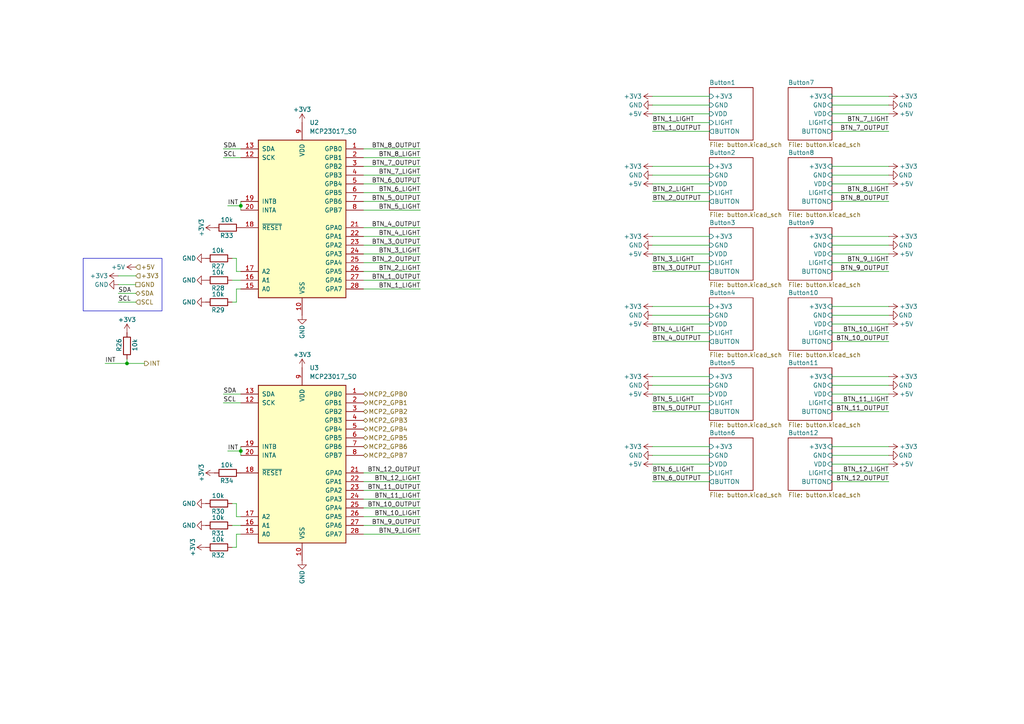
<source format=kicad_sch>
(kicad_sch (version 20250114) (generator "eeschema") (generator_version "9.0")
  (paper "A4")
  (lib_symbols
    (symbol "Device:R" (pin_numbers (hide yes)) (pin_names (offset 0))
      (property "Reference" "R" (at 2.032 0 90))
      (property "Value" "R" (at 0 0 90))
      (symbol "R_0_1"
        (rectangle (start -1.016 -2.54) (end 1.016 2.54) (stroke (width 0.254)))
      )
      (symbol "R_1_1"
        (pin passive line (at 0 3.81 270) (length 1.27) (name "~") (number "1"))
        (pin passive line (at 0 -3.81 90) (length 1.27) (name "~") (number "2"))
      )
    )
    (symbol "Interface_Expansion:MCP23017_SO" (pin_names (offset 1.016))
      (property "Reference" "U" (at -11.43 24.13 0))
      (property "Value" "MCP23017_SO" (at 0 0 0))
      (symbol "MCP23017_SO_0_1"
        (rectangle (start -12.7 22.86) (end 12.7 -22.86) (stroke (width 0.254)) (fill (type background)))
      )
      (symbol "MCP23017_SO_1_1"
        (pin bidirectional line (at -17.78 20.32 0) (length 5.08) (name "SDA") (number "13"))
        (pin input line (at -17.78 17.78 0) (length 5.08) (name "SCK") (number "12"))
        (pin tri_state line (at -17.78 5.08 0) (length 5.08) (name "INTB") (number "19"))
        (pin tri_state line (at -17.78 2.54 0) (length 5.08) (name "INTA") (number "20"))
        (pin input line (at -17.78 -2.54 0) (length 5.08) (name "~{RESET}") (number "18"))
        (pin input line (at -17.78 -15.24 0) (length 5.08) (name "A2") (number "17"))
        (pin input line (at -17.78 -17.78 0) (length 5.08) (name "A1") (number "16"))
        (pin input line (at -17.78 -20.32 0) (length 5.08) (name "A0") (number "15"))
        (pin no_connect line (at -12.7 15.24 0) (length 5.08) (hide yes) (name "NC") (number "11"))
        (pin no_connect line (at -12.7 12.7 0) (length 5.08) (hide yes) (name "NC") (number "14"))
        (pin power_in line (at 0 27.94 270) (length 5.08) (name "VDD") (number "9"))
        (pin power_in line (at 0 -27.94 90) (length 5.08) (name "VSS") (number "10"))
        (pin bidirectional line (at 17.78 20.32 180) (length 5.08) (name "GPB0") (number "1"))
        (pin bidirectional line (at 17.78 17.78 180) (length 5.08) (name "GPB1") (number "2"))
        (pin bidirectional line (at 17.78 15.24 180) (length 5.08) (name "GPB2") (number "3"))
        (pin bidirectional line (at 17.78 12.7 180) (length 5.08) (name "GPB3") (number "4"))
        (pin bidirectional line (at 17.78 10.16 180) (length 5.08) (name "GPB4") (number "5"))
        (pin bidirectional line (at 17.78 7.62 180) (length 5.08) (name "GPB5") (number "6"))
        (pin bidirectional line (at 17.78 5.08 180) (length 5.08) (name "GPB6") (number "7"))
        (pin output line (at 17.78 2.54 180) (length 5.08) (name "GPB7") (number "8"))
        (pin bidirectional line (at 17.78 -2.54 180) (length 5.08) (name "GPA0") (number "21"))
        (pin bidirectional line (at 17.78 -5.08 180) (length 5.08) (name "GPA1") (number "22"))
        (pin bidirectional line (at 17.78 -7.62 180) (length 5.08) (name "GPA2") (number "23"))
        (pin bidirectional line (at 17.78 -10.16 180) (length 5.08) (name "GPA3") (number "24"))
        (pin bidirectional line (at 17.78 -12.7 180) (length 5.08) (name "GPA4") (number "25"))
        (pin bidirectional line (at 17.78 -15.24 180) (length 5.08) (name "GPA5") (number "26"))
        (pin bidirectional line (at 17.78 -17.78 180) (length 5.08) (name "GPA6") (number "27"))
        (pin output line (at 17.78 -20.32 180) (length 5.08) (name "GPA7") (number "28"))
      )
    )
    (symbol "power:+3V3" (power) (pin_numbers (hide yes)) (pin_names (offset 0) (hide yes))
      (property "Value" "+3V3" (at 0 3.556 0))
      (symbol "+3V3_0_1"
        (polyline (pts (xy -0.762 1.27) (xy 0 2.54)))
        (polyline (pts (xy 0 2.54) (xy 0.762 1.27)))
        (polyline (pts (xy 0 0) (xy 0 2.54)))
      )
      (symbol "+3V3_1_1"
        (pin power_in line (at 0 0 90) (length 0) (name "~") (number "1"))
      )
    )
    (symbol "power:GND" (power) (pin_numbers (hide yes)) (pin_names (offset 0) (hide yes))
      (property "Value" "GND" (at 0 -3.81 0))
      (symbol "GND_0_1"
        (polyline (pts (xy 0 0) (xy 0 -1.27) (xy 1.27 -1.27) (xy 0 -2.54) (xy -1.27 -1.27) (xy 0 -1.27)))
      )
      (symbol "GND_1_1"
        (pin power_in line (at 0 0 270) (length 0) (name "~") (number "1"))
      )
    )
  )
  (rectangle (start 24.13 74.93) (end 46.99 90.17))
  (junction (at 69.85 130.81))
  (junction (at 69.85 59.69))
  (junction (at 36.83 105.41))
  (wire (pts (xy 189.23 119.38) (xy 205.74 119.38)))
  (wire (pts (xy 36.83 105.41) (xy 41.91 105.41)))
  (wire (pts (xy 64.77 116.84) (xy 69.85 116.84)))
  (wire (pts (xy 189.23 68.58) (xy 205.74 68.58)))
  (wire (pts (xy 257.81 93.98) (xy 241.3 93.98)))
  (wire (pts (xy 121.92 68.58) (xy 105.41 68.58)))
  (wire (pts (xy 257.81 71.12) (xy 241.3 71.12)))
  (wire (pts (xy 121.92 137.16) (xy 105.41 137.16)))
  (wire (pts (xy 257.81 109.22) (xy 241.3 109.22)))
  (wire (pts (xy 257.81 55.88) (xy 241.3 55.88)))
  (wire (pts (xy 121.92 78.74) (xy 105.41 78.74)))
  (wire (pts (xy 189.23 48.26) (xy 205.74 48.26)))
  (wire (pts (xy 121.92 142.24) (xy 105.41 142.24)))
  (wire (pts (xy 34.29 82.55) (xy 39.37 82.55)))
  (wire (pts (xy 189.23 91.44) (xy 205.74 91.44)))
  (wire (pts (xy 257.81 50.8) (xy 241.3 50.8)))
  (wire (pts (xy 257.81 139.7) (xy 241.3 139.7)))
  (wire (pts (xy 189.23 109.22) (xy 205.74 109.22)))
  (wire (pts (xy 121.92 154.94) (xy 105.41 154.94)))
  (wire (pts (xy 257.81 73.66) (xy 241.3 73.66)))
  (wire (pts (xy 121.92 149.86) (xy 105.41 149.86)))
  (wire (pts (xy 257.81 114.3) (xy 241.3 114.3)))
  (wire (pts (xy 189.23 33.02) (xy 205.74 33.02)))
  (wire (pts (xy 121.92 50.8) (xy 105.41 50.8)))
  (wire (pts (xy 257.81 30.48) (xy 241.3 30.48)))
  (wire (pts (xy 67.31 146.05) (xy 68.58 146.05)))
  (wire (pts (xy 67.31 74.93) (xy 68.58 74.93)))
  (wire (pts (xy 189.23 78.74) (xy 205.74 78.74)))
  (wire (pts (xy 69.85 59.69) (xy 69.85 60.96)))
  (wire (pts (xy 257.81 78.74) (xy 241.3 78.74)))
  (wire (pts (xy 66.04 130.81) (xy 69.85 130.81)))
  (wire (pts (xy 257.81 99.06) (xy 241.3 99.06)))
  (wire (pts (xy 189.23 116.84) (xy 205.74 116.84)))
  (wire (pts (xy 189.23 71.12) (xy 205.74 71.12)))
  (wire (pts (xy 257.81 58.42) (xy 241.3 58.42)))
  (wire (pts (xy 69.85 129.54) (xy 69.85 130.81)))
  (wire (pts (xy 189.23 58.42) (xy 205.74 58.42)))
  (wire (pts (xy 121.92 81.28) (xy 105.41 81.28)))
  (wire (pts (xy 189.23 50.8) (xy 205.74 50.8)))
  (wire (pts (xy 64.77 45.72) (xy 69.85 45.72)))
  (wire (pts (xy 257.81 38.1) (xy 241.3 38.1)))
  (wire (pts (xy 68.58 87.63) (xy 67.31 87.63)))
  (wire (pts (xy 189.23 55.88) (xy 205.74 55.88)))
  (wire (pts (xy 257.81 96.52) (xy 241.3 96.52)))
  (wire (pts (xy 34.29 80.01) (xy 39.37 80.01)))
  (wire (pts (xy 121.92 58.42) (xy 105.41 58.42)))
  (wire (pts (xy 68.58 154.94) (xy 69.85 154.94)))
  (wire (pts (xy 189.23 132.08) (xy 205.74 132.08)))
  (wire (pts (xy 121.92 53.34) (xy 105.41 53.34)))
  (wire (pts (xy 189.23 38.1) (xy 205.74 38.1)))
  (wire (pts (xy 121.92 66.04) (xy 105.41 66.04)))
  (wire (pts (xy 68.58 154.94) (xy 68.58 158.75)))
  (wire (pts (xy 121.92 73.66) (xy 105.41 73.66)))
  (wire (pts (xy 34.29 85.09) (xy 39.37 85.09)))
  (wire (pts (xy 257.81 88.9) (xy 241.3 88.9)))
  (wire (pts (xy 69.85 130.81) (xy 69.85 132.08)))
  (wire (pts (xy 257.81 134.62) (xy 241.3 134.62)))
  (wire (pts (xy 257.81 68.58) (xy 241.3 68.58)))
  (wire (pts (xy 189.23 35.56) (xy 205.74 35.56)))
  (wire (pts (xy 68.58 83.82) (xy 69.85 83.82)))
  (wire (pts (xy 64.77 114.3) (xy 69.85 114.3)))
  (wire (pts (xy 121.92 76.2) (xy 105.41 76.2)))
  (wire (pts (xy 64.77 43.18) (xy 69.85 43.18)))
  (wire (pts (xy 257.81 35.56) (xy 241.3 35.56)))
  (wire (pts (xy 257.81 53.34) (xy 241.3 53.34)))
  (wire (pts (xy 257.81 76.2) (xy 241.3 76.2)))
  (wire (pts (xy 121.92 139.7) (xy 105.41 139.7)))
  (wire (pts (xy 121.92 48.26) (xy 105.41 48.26)))
  (wire (pts (xy 68.58 78.74) (xy 69.85 78.74)))
  (wire (pts (xy 36.83 105.41) (xy 36.83 104.14)))
  (wire (pts (xy 105.41 43.18) (xy 121.92 43.18)))
  (wire (pts (xy 257.81 48.26) (xy 241.3 48.26)))
  (wire (pts (xy 257.81 129.54) (xy 241.3 129.54)))
  (wire (pts (xy 30.48 105.41) (xy 36.83 105.41)))
  (wire (pts (xy 121.92 71.12) (xy 105.41 71.12)))
  (wire (pts (xy 105.41 45.72) (xy 121.92 45.72)))
  (wire (pts (xy 69.85 58.42) (xy 69.85 59.69)))
  (wire (pts (xy 189.23 30.48) (xy 205.74 30.48)))
  (wire (pts (xy 67.31 152.4) (xy 69.85 152.4)))
  (wire (pts (xy 257.81 91.44) (xy 241.3 91.44)))
  (wire (pts (xy 189.23 114.3) (xy 205.74 114.3)))
  (wire (pts (xy 189.23 73.66) (xy 205.74 73.66)))
  (wire (pts (xy 121.92 60.96) (xy 105.41 60.96)))
  (wire (pts (xy 121.92 144.78) (xy 105.41 144.78)))
  (wire (pts (xy 189.23 139.7) (xy 205.74 139.7)))
  (wire (pts (xy 121.92 147.32) (xy 105.41 147.32)))
  (wire (pts (xy 189.23 111.76) (xy 205.74 111.76)))
  (wire (pts (xy 189.23 93.98) (xy 205.74 93.98)))
  (wire (pts (xy 68.58 83.82) (xy 68.58 87.63)))
  (wire (pts (xy 189.23 53.34) (xy 205.74 53.34)))
  (wire (pts (xy 68.58 158.75) (xy 67.31 158.75)))
  (wire (pts (xy 257.81 137.16) (xy 241.3 137.16)))
  (wire (pts (xy 189.23 134.62) (xy 205.74 134.62)))
  (wire (pts (xy 67.31 81.28) (xy 69.85 81.28)))
  (wire (pts (xy 257.81 111.76) (xy 241.3 111.76)))
  (wire (pts (xy 68.58 74.93) (xy 68.58 78.74)))
  (wire (pts (xy 68.58 146.05) (xy 68.58 149.86)))
  (wire (pts (xy 121.92 83.82) (xy 105.41 83.82)))
  (wire (pts (xy 189.23 27.94) (xy 205.74 27.94)))
  (wire (pts (xy 257.81 116.84) (xy 241.3 116.84)))
  (wire (pts (xy 189.23 76.2) (xy 205.74 76.2)))
  (wire (pts (xy 257.81 132.08) (xy 241.3 132.08)))
  (wire (pts (xy 66.04 59.69) (xy 69.85 59.69)))
  (wire (pts (xy 68.58 149.86) (xy 69.85 149.86)))
  (wire (pts (xy 189.23 96.52) (xy 205.74 96.52)))
  (wire (pts (xy 189.23 88.9) (xy 205.74 88.9)))
  (wire (pts (xy 121.92 152.4) (xy 105.41 152.4)))
  (wire (pts (xy 257.81 119.38) (xy 241.3 119.38)))
  (wire (pts (xy 34.29 87.63) (xy 39.37 87.63)))
  (wire (pts (xy 257.81 27.94) (xy 241.3 27.94)))
  (wire (pts (xy 121.92 55.88) (xy 105.41 55.88)))
  (wire (pts (xy 189.23 137.16) (xy 205.74 137.16)))
  (wire (pts (xy 189.23 99.06) (xy 205.74 99.06)))
  (wire (pts (xy 189.23 129.54) (xy 205.74 129.54)))
  (wire (pts (xy 257.81 33.02) (xy 241.3 33.02)))
  (label "BTN_10_LIGHT" (at 121.92 149.86 180))
  (label "BTN_8_OUTPUT" (at 257.81 58.42 180))
  (label "BTN_12_LIGHT" (at 257.81 137.16 180))
  (label "BTN_12_OUTPUT" (at 257.81 139.7 180))
  (label "SDA" (at 34.29 85.09 0))
  (label "BTN_4_OUTPUT" (at 121.92 66.04 180))
  (label "BTN_8_LIGHT" (at 257.81 55.88 180))
  (label "BTN_11_OUTPUT" (at 121.92 142.24 180))
  (label "BTN_2_LIGHT" (at 189.23 55.88 0))
  (label "INT" (at 66.04 59.69 0))
  (label "BTN_9_LIGHT" (at 121.92 154.94 180))
  (label "BTN_9_OUTPUT" (at 121.92 152.4 180))
  (label "BTN_12_OUTPUT" (at 121.92 137.16 180))
  (label "BTN_3_LIGHT" (at 189.23 76.2 0))
  (label "BTN_7_LIGHT" (at 121.92 50.8 180))
  (label "BTN_4_LIGHT" (at 121.92 68.58 180))
  (label "BTN_4_OUTPUT" (at 189.23 99.06 0))
  (label "INT" (at 66.04 130.81 0))
  (label "BTN_11_OUTPUT" (at 257.81 119.38 180))
  (label "BTN_1_LIGHT" (at 121.92 83.82 180))
  (label "BTN_5_LIGHT" (at 121.92 60.96 180))
  (label "BTN_5_LIGHT" (at 189.23 116.84 0))
  (label "BTN_6_OUTPUT" (at 189.23 139.7 0))
  (label "BTN_4_LIGHT" (at 189.23 96.52 0))
  (label "BTN_1_OUTPUT" (at 121.92 81.28 180))
  (label "BTN_2_LIGHT" (at 121.92 78.74 180))
  (label "SCL" (at 64.77 45.72 0))
  (label "BTN_2_OUTPUT" (at 189.23 58.42 0))
  (label "BTN_7_LIGHT" (at 257.81 35.56 180))
  (label "BTN_10_LIGHT" (at 257.81 96.52 180))
  (label "BTN_11_LIGHT" (at 257.81 116.84 180))
  (label "BTN_5_OUTPUT" (at 121.92 58.42 180))
  (label "SCL" (at 34.29 87.63 0))
  (label "BTN_10_OUTPUT" (at 121.92 147.32 180))
  (label "SDA" (at 64.77 114.3 0))
  (label "BTN_6_LIGHT" (at 189.23 137.16 0))
  (label "INT" (at 30.48 105.41 0))
  (label "BTN_12_LIGHT" (at 121.92 139.7 180))
  (label "BTN_3_LIGHT" (at 121.92 73.66 180))
  (label "BTN_8_OUTPUT" (at 121.92 43.18 180))
  (label "BTN_10_OUTPUT" (at 257.81 99.06 180))
  (label "BTN_9_LIGHT" (at 257.81 76.2 180))
  (label "BTN_7_OUTPUT" (at 121.92 48.26 180))
  (label "BTN_7_OUTPUT" (at 257.81 38.1 180))
  (label "BTN_2_OUTPUT" (at 121.92 76.2 180))
  (label "BTN_6_LIGHT" (at 121.92 55.88 180))
  (label "BTN_5_OUTPUT" (at 189.23 119.38 0))
  (label "BTN_3_OUTPUT" (at 189.23 78.74 0))
  (label "BTN_11_LIGHT" (at 121.92 144.78 180))
  (label "BTN_9_OUTPUT" (at 257.81 78.74 180))
  (label "SDA" (at 64.77 43.18 0))
  (label "BTN_3_OUTPUT" (at 121.92 71.12 180))
  (label "BTN_1_OUTPUT" (at 189.23 38.1 0))
  (label "BTN_1_LIGHT" (at 189.23 35.56 0))
  (label "SCL" (at 64.77 116.84 0))
  (label "BTN_8_LIGHT" (at 121.92 45.72 180))
  (label "BTN_6_OUTPUT" (at 121.92 53.34 180))
  (hierarchical_label "MCP2_GPB5" (shape bidirectional) (at 105.41 127 0))
  (hierarchical_label "MCP2_GPB2" (shape bidirectional) (at 105.41 119.38 0))
  (hierarchical_label "MCP2_GPB0" (shape bidirectional) (at 105.41 114.3 0))
  (hierarchical_label "SCL" (shape input) (at 39.37 87.63 0))
  (hierarchical_label "+3V3" (shape input) (at 39.37 80.01 0))
  (hierarchical_label "MCP2_GPB6" (shape bidirectional) (at 105.41 129.54 0))
  (hierarchical_label "MCP2_GPB1" (shape bidirectional) (at 105.41 116.84 0))
  (hierarchical_label "MCP2_GPB3" (shape bidirectional) (at 105.41 121.92 0))
  (hierarchical_label "MCP2_GPB7" (shape bidirectional) (at 105.41 132.08 0))
  (hierarchical_label "GND" (shape passive) (at 39.37 82.55 0))
  (hierarchical_label "+5V" (shape input) (at 39.37 77.47 0))
  (hierarchical_label "INT" (shape output) (at 41.91 105.41 0))
  (hierarchical_label "MCP2_GPB4" (shape bidirectional) (at 105.41 124.46 0))
  (hierarchical_label "SDA" (shape bidirectional) (at 39.37 85.09 0))
  (symbol (lib_id "Device:R") (at 36.83 100.33 180) (unit 1)
    (property "Reference" "R26" (at 34.544 100.076 90))
    (property "Value" "10k" (at 39.116 100.076 90))
    (property "Footprint" "Resistor_SMD:R_0603_1608Metric" (effects (hide yes)))
    (property "Description" "Resistor" (effects (hide yes)))
  )
  (symbol (lib_id "power:GND") (at 87.63 162.56 0) (unit 1)
    (property "Reference" "#PWR0107" (effects (hide yes)))
    (property "Value" "GND" (at 87.63 165.354 90) (effects (justify right)))
    (property "Description" "Power symbol creates a global label with name \"GND\" , ground" (effects (hide yes)))
  )
  (symbol (lib_id "power:+3V3") (at 189.23 129.54 90) (unit 1)
    (property "Reference" "#PWR0123" (effects (hide yes)))
    (property "Value" "+3V3" (at 186.182 129.54 90) (effects (justify left)))
    (property "Description" "Power symbol creates a global label with name \"+3V3\"" (effects (hide yes)))
  )
  (symbol (lib_id "power:+3V3") (at 189.23 68.58 90) (unit 1)
    (property "Reference" "#PWR0114" (effects (hide yes)))
    (property "Value" "+3V3" (at 186.182 68.58 90) (effects (justify left)))
    (property "Description" "Power symbol creates a global label with name \"+3V3\"" (effects (hide yes)))
  )
  (symbol (lib_id "power:GND") (at 257.81 111.76 90) (mirror x) (unit 1)
    (property "Reference" "#PWR0139" (effects (hide yes)))
    (property "Value" "GND" (at 260.604 111.76 90) (effects (justify right)))
    (property "Description" "Power symbol creates a global label with name \"GND\" , ground" (effects (hide yes)))
  )
  (symbol (lib_id "Device:R") (at 66.04 66.04 270) (unit 1)
    (property "Reference" "R33" (at 65.786 68.326 90))
    (property "Value" "10k" (at 65.786 63.754 90))
    (property "Footprint" "Resistor_SMD:R_0603_1608Metric" (effects (hide yes)))
    (property "Description" "Resistor" (effects (hide yes)))
  )
  (symbol (lib_id "power:GND") (at 34.29 82.55 270) (unit 1)
    (property "Reference" "#PWR093" (effects (hide yes)))
    (property "Value" "GND" (at 31.496 82.55 90) (effects (justify right)))
    (property "Description" "Power symbol creates a global label with name \"GND\" , ground" (effects (hide yes)))
  )
  (symbol (lib_id "Device:R") (at 63.5 158.75 270) (unit 1)
    (property "Reference" "R32" (at 63.246 161.036 90))
    (property "Value" "10k" (at 63.246 156.464 90))
    (property "Footprint" "Resistor_SMD:R_0603_1608Metric" (effects (hide yes)))
    (property "Description" "Resistor" (effects (hide yes)))
  )
  (symbol (lib_id "power:GND") (at 87.63 91.44 0) (unit 1)
    (property "Reference" "#PWR0105" (effects (hide yes)))
    (property "Value" "GND" (at 87.63 94.234 90) (effects (justify right)))
    (property "Description" "Power symbol creates a global label with name \"GND\" , ground" (effects (hide yes)))
  )
  (symbol (lib_id "power:+3V3") (at 189.23 73.66 90) (unit 1)
    (property "Reference" "#PWR0116" (effects (hide yes)))
    (property "Value" "+5V" (at 186.182 73.66 90) (effects (justify left)))
    (property "Description" "Power symbol creates a global label with name \"+3V3\"" (effects (hide yes)))
  )
  (symbol (lib_id "Device:R") (at 66.04 137.16 270) (unit 1)
    (property "Reference" "R34" (at 65.786 139.446 90))
    (property "Value" "10k" (at 65.786 134.874 90))
    (property "Footprint" "Resistor_SMD:R_0603_1608Metric" (effects (hide yes)))
    (property "Description" "Resistor" (effects (hide yes)))
  )
  (symbol (lib_id "power:+3V3") (at 189.23 109.22 90) (unit 1)
    (property "Reference" "#PWR0120" (effects (hide yes)))
    (property "Value" "+3V3" (at 186.182 109.22 90) (effects (justify left)))
    (property "Description" "Power symbol creates a global label with name \"+3V3\"" (effects (hide yes)))
  )
  (symbol (lib_id "power:+3V3") (at 257.81 73.66 270) (mirror x) (unit 1)
    (property "Reference" "#PWR0134" (effects (hide yes)))
    (property "Value" "+5V" (at 260.858 73.66 90) (effects (justify left)))
    (property "Description" "Power symbol creates a global label with name \"+3V3\"" (effects (hide yes)))
  )
  (symbol (lib_id "power:GND") (at 59.69 87.63 270) (unit 1)
    (property "Reference" "#PWR098" (effects (hide yes)))
    (property "Value" "GND" (at 56.896 87.63 90) (effects (justify right)))
    (property "Description" "Power symbol creates a global label with name \"GND\" , ground" (effects (hide yes)))
  )
  (symbol (lib_id "power:+3V3") (at 189.23 114.3 90) (unit 1)
    (property "Reference" "#PWR0122" (effects (hide yes)))
    (property "Value" "+5V" (at 186.182 114.3 90) (effects (justify left)))
    (property "Description" "Power symbol creates a global label with name \"+3V3\"" (effects (hide yes)))
  )
  (symbol (lib_id "Device:R") (at 63.5 87.63 270) (unit 1)
    (property "Reference" "R29" (at 63.246 89.916 90))
    (property "Value" "10k" (at 63.246 85.344 90))
    (property "Footprint" "Resistor_SMD:R_0603_1608Metric" (effects (hide yes)))
    (property "Description" "Resistor" (effects (hide yes)))
  )
  (symbol (lib_id "Device:R") (at 63.5 74.93 270) (unit 1)
    (property "Reference" "R27" (at 63.246 77.216 90))
    (property "Value" "10k" (at 63.246 72.644 90))
    (property "Footprint" "Resistor_SMD:R_0603_1608Metric" (effects (hide yes)))
    (property "Description" "Resistor" (effects (hide yes)))
  )
  (symbol (lib_id "power:+3V3") (at 257.81 129.54 270) (mirror x) (unit 1)
    (property "Reference" "#PWR0141" (effects (hide yes)))
    (property "Value" "+3V3" (at 260.858 129.54 90) (effects (justify left)))
    (property "Description" "Power symbol creates a global label with name \"+3V3\"" (effects (hide yes)))
  )
  (symbol (lib_id "power:+3V3") (at 257.81 134.62 270) (mirror x) (unit 1)
    (property "Reference" "#PWR0143" (effects (hide yes)))
    (property "Value" "+5V" (at 260.858 134.62 90) (effects (justify left)))
    (property "Description" "Power symbol creates a global label with name \"+3V3\"" (effects (hide yes)))
  )
  (symbol (lib_id "Interface_Expansion:MCP23017_SO") (at 87.63 134.62 0) (unit 1)
    (property "Reference" "U3" (at 89.7733 106.68 0) (effects (justify left)))
    (property "Value" "MCP23017_SO" (at 89.7733 109.22 0) (effects (justify left)))
    (property "Footprint" "Package_SO:SOIC-28W_7.5x17.9mm_P1.27mm" (effects (hide yes)))
    (property "Datasheet" "https://ww1.microchip.com/downloads/aemDocuments/documents/APID/ProductDocuments/DataSheets/MCP23017-Data-Sheet-DS20001952.pdf" (effects (hide yes)))
    (property "Description" "16-bit I/O expander, I2C, interrupts, w pull-ups, GPA/B7 output only (https://microchip.my.site.com/s/article/GPA7---GPB7-Cannot-Be-Used-as-Inputs-In-MCP23017),  SOIC-28" (effects (hide yes)))
  )
  (symbol (lib_id "Device:R") (at 63.5 146.05 270) (unit 1)
    (property "Reference" "R30" (at 63.246 148.336 90))
    (property "Value" "10k" (at 63.246 143.764 90))
    (property "Footprint" "Resistor_SMD:R_0603_1608Metric" (effects (hide yes)))
    (property "Description" "Resistor" (effects (hide yes)))
  )
  (symbol (lib_id "power:GND") (at 257.81 50.8 90) (mirror x) (unit 1)
    (property "Reference" "#PWR0130" (effects (hide yes)))
    (property "Value" "GND" (at 260.604 50.8 90) (effects (justify right)))
    (property "Description" "Power symbol creates a global label with name \"GND\" , ground" (effects (hide yes)))
  )
  (symbol (lib_id "power:+3V3") (at 59.69 158.75 90) (unit 1)
    (property "Reference" "#PWR0101" (effects (hide yes)))
    (property "Value" "+3V3" (at 55.88 158.75 0))
    (property "Description" "Power symbol creates a global label with name \"+3V3\"" (effects (hide yes)))
  )
  (symbol (lib_id "power:+3V3") (at 257.81 88.9 270) (mirror x) (unit 1)
    (property "Reference" "#PWR0135" (effects (hide yes)))
    (property "Value" "+3V3" (at 260.858 88.9 90) (effects (justify left)))
    (property "Description" "Power symbol creates a global label with name \"+3V3\"" (effects (hide yes)))
  )
  (symbol (lib_id "power:+3V3") (at 257.81 48.26 270) (mirror x) (unit 1)
    (property "Reference" "#PWR0129" (effects (hide yes)))
    (property "Value" "+3V3" (at 260.858 48.26 90) (effects (justify left)))
    (property "Description" "Power symbol creates a global label with name \"+3V3\"" (effects (hide yes)))
  )
  (symbol (lib_id "power:+3V3") (at 189.23 134.62 90) (unit 1)
    (property "Reference" "#PWR0125" (effects (hide yes)))
    (property "Value" "+5V" (at 186.182 134.62 90) (effects (justify left)))
    (property "Description" "Power symbol creates a global label with name \"+3V3\"" (effects (hide yes)))
  )
  (symbol (lib_id "power:GND") (at 59.69 81.28 270) (unit 1)
    (property "Reference" "#PWR097" (effects (hide yes)))
    (property "Value" "GND" (at 56.896 81.28 90) (effects (justify right)))
    (property "Description" "Power symbol creates a global label with name \"GND\" , ground" (effects (hide yes)))
  )
  (symbol (lib_id "power:GND") (at 59.69 146.05 270) (unit 1)
    (property "Reference" "#PWR099" (effects (hide yes)))
    (property "Value" "GND" (at 56.896 146.05 90) (effects (justify right)))
    (property "Description" "Power symbol creates a global label with name \"GND\" , ground" (effects (hide yes)))
  )
  (symbol (lib_id "power:+3V3") (at 87.63 35.56 0) (unit 1)
    (property "Reference" "#PWR0104" (effects (hide yes)))
    (property "Value" "+3V3" (at 87.63 31.75 0))
    (property "Description" "Power symbol creates a global label with name \"+3V3\"" (effects (hide yes)))
  )
  (symbol (lib_id "power:GND") (at 257.81 91.44 90) (mirror x) (unit 1)
    (property "Reference" "#PWR0136" (effects (hide yes)))
    (property "Value" "GND" (at 260.604 91.44 90) (effects (justify right)))
    (property "Description" "Power symbol creates a global label with name \"GND\" , ground" (effects (hide yes)))
  )
  (symbol (lib_id "power:+3V3") (at 39.37 77.47 90) (unit 1)
    (property "Reference" "#PWR095" (effects (hide yes)))
    (property "Value" "+5V" (at 36.322 77.47 90) (effects (justify left)))
    (property "Description" "Power symbol creates a global label with name \"+3V3\"" (effects (hide yes)))
  )
  (symbol (lib_id "power:+3V3") (at 189.23 33.02 90) (unit 1)
    (property "Reference" "#PWR0110" (effects (hide yes)))
    (property "Value" "+5V" (at 186.182 33.02 90) (effects (justify left)))
    (property "Description" "Power symbol creates a global label with name \"+3V3\"" (effects (hide yes)))
  )
  (symbol (lib_id "power:GND") (at 257.81 71.12 90) (mirror x) (unit 1)
    (property "Reference" "#PWR0133" (effects (hide yes)))
    (property "Value" "GND" (at 260.604 71.12 90) (effects (justify right)))
    (property "Description" "Power symbol creates a global label with name \"GND\" , ground" (effects (hide yes)))
  )
  (symbol (lib_id "power:+3V3") (at 189.23 53.34 90) (unit 1)
    (property "Reference" "#PWR0113" (effects (hide yes)))
    (property "Value" "+5V" (at 186.182 53.34 90) (effects (justify left)))
    (property "Description" "Power symbol creates a global label with name \"+3V3\"" (effects (hide yes)))
  )
  (symbol (lib_id "power:+3V3") (at 189.23 93.98 90) (unit 1)
    (property "Reference" "#PWR0119" (effects (hide yes)))
    (property "Value" "+5V" (at 186.182 93.98 90) (effects (justify left)))
    (property "Description" "Power symbol creates a global label with name \"+3V3\"" (effects (hide yes)))
  )
  (symbol (lib_id "power:+3V3") (at 62.23 66.04 90) (unit 1)
    (property "Reference" "#PWR0102" (effects (hide yes)))
    (property "Value" "+3V3" (at 58.42 66.04 0))
    (property "Description" "Power symbol creates a global label with name \"+3V3\"" (effects (hide yes)))
  )
  (symbol (lib_id "power:+3V3") (at 189.23 48.26 90) (unit 1)
    (property "Reference" "#PWR0111" (effects (hide yes)))
    (property "Value" "+3V3" (at 186.182 48.26 90) (effects (justify left)))
    (property "Description" "Power symbol creates a global label with name \"+3V3\"" (effects (hide yes)))
  )
  (symbol (lib_id "power:+3V3") (at 62.23 137.16 90) (unit 1)
    (property "Reference" "#PWR0103" (effects (hide yes)))
    (property "Value" "+3V3" (at 58.42 137.16 0))
    (property "Description" "Power symbol creates a global label with name \"+3V3\"" (effects (hide yes)))
  )
  (symbol (lib_id "power:GND") (at 189.23 111.76 270) (unit 1)
    (property "Reference" "#PWR0121" (effects (hide yes)))
    (property "Value" "GND" (at 186.436 111.76 90) (effects (justify right)))
    (property "Description" "Power symbol creates a global label with name \"GND\" , ground" (effects (hide yes)))
  )
  (symbol (lib_id "power:+3V3") (at 257.81 53.34 270) (mirror x) (unit 1)
    (property "Reference" "#PWR0131" (effects (hide yes)))
    (property "Value" "+5V" (at 260.858 53.34 90) (effects (justify left)))
    (property "Description" "Power symbol creates a global label with name \"+3V3\"" (effects (hide yes)))
  )
  (symbol (lib_id "power:+3V3") (at 189.23 88.9 90) (unit 1)
    (property "Reference" "#PWR0117" (effects (hide yes)))
    (property "Value" "+3V3" (at 186.182 88.9 90) (effects (justify left)))
    (property "Description" "Power symbol creates a global label with name \"+3V3\"" (effects (hide yes)))
  )
  (symbol (lib_id "power:+3V3") (at 189.23 27.94 90) (unit 1)
    (property "Reference" "#PWR0108" (effects (hide yes)))
    (property "Value" "+3V3" (at 186.182 27.94 90) (effects (justify left)))
    (property "Description" "Power symbol creates a global label with name \"+3V3\"" (effects (hide yes)))
  )
  (symbol (lib_id "Device:R") (at 63.5 81.28 270) (unit 1)
    (property "Reference" "R28" (at 63.246 83.566 90))
    (property "Value" "10k" (at 63.246 78.994 90))
    (property "Footprint" "Resistor_SMD:R_0603_1608Metric" (effects (hide yes)))
    (property "Description" "Resistor" (effects (hide yes)))
  )
  (symbol (lib_id "power:GND") (at 59.69 152.4 270) (unit 1)
    (property "Reference" "#PWR0100" (effects (hide yes)))
    (property "Value" "GND" (at 56.896 152.4 90) (effects (justify right)))
    (property "Description" "Power symbol creates a global label with name \"GND\" , ground" (effects (hide yes)))
  )
  (symbol (lib_id "power:+3V3") (at 257.81 114.3 270) (mirror x) (unit 1)
    (property "Reference" "#PWR0140" (effects (hide yes)))
    (property "Value" "+5V" (at 260.858 114.3 90) (effects (justify left)))
    (property "Description" "Power symbol creates a global label with name \"+3V3\"" (effects (hide yes)))
  )
  (symbol (lib_id "power:+3V3") (at 257.81 68.58 270) (mirror x) (unit 1)
    (property "Reference" "#PWR0132" (effects (hide yes)))
    (property "Value" "+3V3" (at 260.858 68.58 90) (effects (justify left)))
    (property "Description" "Power symbol creates a global label with name \"+3V3\"" (effects (hide yes)))
  )
  (symbol (lib_id "power:+3V3") (at 36.83 96.52 0) (unit 1)
    (property "Reference" "#PWR094" (effects (hide yes)))
    (property "Value" "+3V3" (at 36.83 92.71 0))
    (property "Description" "Power symbol creates a global label with name \"+3V3\"" (effects (hide yes)))
  )
  (symbol (lib_id "power:GND") (at 189.23 71.12 270) (unit 1)
    (property "Reference" "#PWR0115" (effects (hide yes)))
    (property "Value" "GND" (at 186.436 71.12 90) (effects (justify right)))
    (property "Description" "Power symbol creates a global label with name \"GND\" , ground" (effects (hide yes)))
  )
  (symbol (lib_id "power:+3V3") (at 87.63 106.68 0) (unit 1)
    (property "Reference" "#PWR0106" (effects (hide yes)))
    (property "Value" "+3V3" (at 87.63 102.87 0))
    (property "Description" "Power symbol creates a global label with name \"+3V3\"" (effects (hide yes)))
  )
  (symbol (lib_id "power:GND") (at 189.23 132.08 270) (unit 1)
    (property "Reference" "#PWR0124" (effects (hide yes)))
    (property "Value" "GND" (at 186.436 132.08 90) (effects (justify right)))
    (property "Description" "Power symbol creates a global label with name \"GND\" , ground" (effects (hide yes)))
  )
  (symbol (lib_id "power:GND") (at 257.81 30.48 90) (mirror x) (unit 1)
    (property "Reference" "#PWR0127" (effects (hide yes)))
    (property "Value" "GND" (at 260.604 30.48 90) (effects (justify right)))
    (property "Description" "Power symbol creates a global label with name \"GND\" , ground" (effects (hide yes)))
  )
  (symbol (lib_id "power:GND") (at 189.23 91.44 270) (unit 1)
    (property "Reference" "#PWR0118" (effects (hide yes)))
    (property "Value" "GND" (at 186.436 91.44 90) (effects (justify right)))
    (property "Description" "Power symbol creates a global label with name \"GND\" , ground" (effects (hide yes)))
  )
  (symbol (lib_id "power:+3V3") (at 257.81 109.22 270) (mirror x) (unit 1)
    (property "Reference" "#PWR0138" (effects (hide yes)))
    (property "Value" "+3V3" (at 260.858 109.22 90) (effects (justify left)))
    (property "Description" "Power symbol creates a global label with name \"+3V3\"" (effects (hide yes)))
  )
  (symbol (lib_id "power:GND") (at 189.23 50.8 270) (unit 1)
    (property "Reference" "#PWR0112" (effects (hide yes)))
    (property "Value" "GND" (at 186.436 50.8 90) (effects (justify right)))
    (property "Description" "Power symbol creates a global label with name \"GND\" , ground" (effects (hide yes)))
  )
  (symbol (lib_id "power:GND") (at 257.81 132.08 90) (mirror x) (unit 1)
    (property "Reference" "#PWR0142" (effects (hide yes)))
    (property "Value" "GND" (at 260.604 132.08 90) (effects (justify right)))
    (property "Description" "Power symbol creates a global label with name \"GND\" , ground" (effects (hide yes)))
  )
  (symbol (lib_id "power:+3V3") (at 257.81 33.02 270) (mirror x) (unit 1)
    (property "Reference" "#PWR0128" (effects (hide yes)))
    (property "Value" "+5V" (at 260.858 33.02 90) (effects (justify left)))
    (property "Description" "Power symbol creates a global label with name \"+3V3\"" (effects (hide yes)))
  )
  (symbol (lib_id "power:+3V3") (at 34.29 80.01 90) (unit 1)
    (property "Reference" "#PWR092" (effects (hide yes)))
    (property "Value" "+3V3" (at 28.702 80.01 90))
    (property "Description" "Power symbol creates a global label with name \"+3V3\"" (effects (hide yes)))
  )
  (symbol (lib_id "power:+3V3") (at 257.81 93.98 270) (mirror x) (unit 1)
    (property "Reference" "#PWR0137" (effects (hide yes)))
    (property "Value" "+5V" (at 260.858 93.98 90) (effects (justify left)))
    (property "Description" "Power symbol creates a global label with name \"+3V3\"" (effects (hide yes)))
  )
  (symbol (lib_id "power:GND") (at 189.23 30.48 270) (unit 1)
    (property "Reference" "#PWR0109" (effects (hide yes)))
    (property "Value" "GND" (at 186.436 30.48 90) (effects (justify right)))
    (property "Description" "Power symbol creates a global label with name \"GND\" , ground" (effects (hide yes)))
  )
  (symbol (lib_id "Device:R") (at 63.5 152.4 270) (unit 1)
    (property "Reference" "R31" (at 63.246 154.686 90))
    (property "Value" "10k" (at 63.246 150.114 90))
    (property "Footprint" "Resistor_SMD:R_0603_1608Metric" (effects (hide yes)))
    (property "Description" "Resistor" (effects (hide yes)))
  )
  (symbol (lib_id "power:GND") (at 59.69 74.93 270) (unit 1)
    (property "Reference" "#PWR096" (effects (hide yes)))
    (property "Value" "GND" (at 56.896 74.93 90) (effects (justify right)))
    (property "Description" "Power symbol creates a global label with name \"GND\" , ground" (effects (hide yes)))
  )
  (symbol (lib_id "power:+3V3") (at 257.81 27.94 270) (mirror x) (unit 1)
    (property "Reference" "#PWR0126" (effects (hide yes)))
    (property "Value" "+3V3" (at 260.858 27.94 90) (effects (justify left)))
    (property "Description" "Power symbol creates a global label with name \"+3V3\"" (effects (hide yes)))
  )
  (symbol (lib_id "Interface_Expansion:MCP23017_SO") (at 87.63 63.5 0) (unit 1)
    (property "Reference" "U2" (at 89.7733 35.56 0) (effects (justify left)))
    (property "Value" "MCP23017_SO" (at 89.7733 38.1 0) (effects (justify left)))
    (property "Footprint" "Package_SO:SOIC-28W_7.5x17.9mm_P1.27mm" (effects (hide yes)))
    (property "Datasheet" "https://ww1.microchip.com/downloads/aemDocuments/documents/APID/ProductDocuments/DataSheets/MCP23017-Data-Sheet-DS20001952.pdf" (effects (hide yes)))
    (property "Description" "16-bit I/O expander, I2C, interrupts, w pull-ups, GPA/B7 output only (https://microchip.my.site.com/s/article/GPA7---GPB7-Cannot-Be-Used-as-Inputs-In-MCP23017),  SOIC-28" (effects (hide yes)))
  )
  (sheet (at 205.74 86.36) (size 12.7 15.24) (stroke (width 0.1524))
    (property "Sheetname" "Button4" (at 205.74 85.6484 0) (effects (justify left bottom)))
    (property "Sheetfile" "button.kicad_sch" (at 205.74 102.1846 0) (effects (justify left top)))
    (pin "+3V3" input (at 205.74 88.9 180))
    (pin "GND" input (at 205.74 91.44 180))
    (pin "VDD" input (at 205.74 93.98 180))
    (pin "LIGHT" input (at 205.74 96.52 180))
    (pin "BUTTON" output (at 205.74 99.06 180))
  )
  (sheet (at 228.6 25.4) (size 12.7 15.24) (stroke (width 0.1524))
    (property "Sheetname" "Button7" (at 228.6 24.6884 0) (effects (justify left bottom)))
    (property "Sheetfile" "button.kicad_sch" (at 228.6 41.2246 0) (effects (justify left top)))
    (pin "+3V3" input (at 241.3 27.94 0))
    (pin "GND" input (at 241.3 30.48 0))
    (pin "VDD" input (at 241.3 33.02 0))
    (pin "LIGHT" input (at 241.3 35.56 0))
    (pin "BUTTON" output (at 241.3 38.1 0))
  )
  (sheet (at 228.6 45.72) (size 12.7 15.24) (stroke (width 0.1524))
    (property "Sheetname" "Button8" (at 228.6 45.0084 0) (effects (justify left bottom)))
    (property "Sheetfile" "button.kicad_sch" (at 228.6 61.5446 0) (effects (justify left top)))
    (pin "+3V3" input (at 241.3 48.26 0))
    (pin "GND" input (at 241.3 50.8 0))
    (pin "VDD" input (at 241.3 53.34 0))
    (pin "LIGHT" input (at 241.3 55.88 0))
    (pin "BUTTON" output (at 241.3 58.42 0))
  )
  (sheet (at 205.74 127) (size 12.7 15.24) (stroke (width 0.1524))
    (property "Sheetname" "Button6" (at 205.74 126.2884 0) (effects (justify left bottom)))
    (property "Sheetfile" "button.kicad_sch" (at 205.74 142.8246 0) (effects (justify left top)))
    (pin "+3V3" input (at 205.74 129.54 180))
    (pin "GND" input (at 205.74 132.08 180))
    (pin "VDD" input (at 205.74 134.62 180))
    (pin "LIGHT" input (at 205.74 137.16 180))
    (pin "BUTTON" output (at 205.74 139.7 180))
  )
  (sheet (at 205.74 45.72) (size 12.7 15.24) (stroke (width 0.1524))
    (property "Sheetname" "Button2" (at 205.74 45.0084 0) (effects (justify left bottom)))
    (property "Sheetfile" "button.kicad_sch" (at 205.74 61.5446 0) (effects (justify left top)))
    (pin "+3V3" input (at 205.74 48.26 180))
    (pin "GND" input (at 205.74 50.8 180))
    (pin "VDD" input (at 205.74 53.34 180))
    (pin "LIGHT" input (at 205.74 55.88 180))
    (pin "BUTTON" output (at 205.74 58.42 180))
  )
  (sheet (at 205.74 66.04) (size 12.7 15.24) (stroke (width 0.1524))
    (property "Sheetname" "Button3" (at 205.74 65.3284 0) (effects (justify left bottom)))
    (property "Sheetfile" "button.kicad_sch" (at 205.74 81.8646 0) (effects (justify left top)))
    (pin "+3V3" input (at 205.74 68.58 180))
    (pin "GND" input (at 205.74 71.12 180))
    (pin "VDD" input (at 205.74 73.66 180))
    (pin "LIGHT" input (at 205.74 76.2 180))
    (pin "BUTTON" output (at 205.74 78.74 180))
  )
  (sheet (at 228.6 66.04) (size 12.7 15.24) (stroke (width 0.1524))
    (property "Sheetname" "Button9" (at 228.6 65.3284 0) (effects (justify left bottom)))
    (property "Sheetfile" "button.kicad_sch" (at 228.6 81.8646 0) (effects (justify left top)))
    (pin "+3V3" input (at 241.3 68.58 0))
    (pin "GND" input (at 241.3 71.12 0))
    (pin "VDD" input (at 241.3 73.66 0))
    (pin "LIGHT" input (at 241.3 76.2 0))
    (pin "BUTTON" output (at 241.3 78.74 0))
  )
  (sheet (at 205.74 106.68) (size 12.7 15.24) (stroke (width 0.1524))
    (property "Sheetname" "Button5" (at 205.74 105.9684 0) (effects (justify left bottom)))
    (property "Sheetfile" "button.kicad_sch" (at 205.74 122.5046 0) (effects (justify left top)))
    (pin "+3V3" input (at 205.74 109.22 180))
    (pin "GND" input (at 205.74 111.76 180))
    (pin "VDD" input (at 205.74 114.3 180))
    (pin "LIGHT" input (at 205.74 116.84 180))
    (pin "BUTTON" output (at 205.74 119.38 180))
  )
  (sheet (at 228.6 127) (size 12.7 15.24) (stroke (width 0.1524))
    (property "Sheetname" "Button12" (at 228.6 126.2884 0) (effects (justify left bottom)))
    (property "Sheetfile" "button.kicad_sch" (at 228.6 142.8246 0) (effects (justify left top)))
    (pin "+3V3" input (at 241.3 129.54 0))
    (pin "GND" input (at 241.3 132.08 0))
    (pin "VDD" input (at 241.3 134.62 0))
    (pin "LIGHT" input (at 241.3 137.16 0))
    (pin "BUTTON" output (at 241.3 139.7 0))
  )
  (sheet (at 205.74 25.4) (size 12.7 15.24) (stroke (width 0.1524))
    (property "Sheetname" "Button1" (at 205.74 24.6884 0) (effects (justify left bottom)))
    (property "Sheetfile" "button.kicad_sch" (at 205.74 41.2246 0) (effects (justify left top)))
    (pin "+3V3" input (at 205.74 27.94 180))
    (pin "GND" input (at 205.74 30.48 180))
    (pin "VDD" input (at 205.74 33.02 180))
    (pin "LIGHT" input (at 205.74 35.56 180))
    (pin "BUTTON" output (at 205.74 38.1 180))
  )
  (sheet (at 228.6 86.36) (size 12.7 15.24) (stroke (width 0.1524))
    (property "Sheetname" "Button10" (at 228.6 85.6484 0) (effects (justify left bottom)))
    (property "Sheetfile" "button.kicad_sch" (at 228.6 102.1846 0) (effects (justify left top)))
    (pin "+3V3" input (at 241.3 88.9 0))
    (pin "GND" input (at 241.3 91.44 0))
    (pin "VDD" input (at 241.3 93.98 0))
    (pin "LIGHT" input (at 241.3 96.52 0))
    (pin "BUTTON" output (at 241.3 99.06 0))
  )
  (sheet (at 228.6 106.68) (size 12.7 15.24) (stroke (width 0.1524))
    (property "Sheetname" "Button11" (at 228.6 105.9684 0) (effects (justify left bottom)))
    (property "Sheetfile" "button.kicad_sch" (at 228.6 122.5046 0) (effects (justify left top)))
    (pin "+3V3" input (at 241.3 109.22 0))
    (pin "GND" input (at 241.3 111.76 0))
    (pin "VDD" input (at 241.3 114.3 0))
    (pin "LIGHT" input (at 241.3 116.84 0))
    (pin "BUTTON" output (at 241.3 119.38 0))
  )
)
</source>
